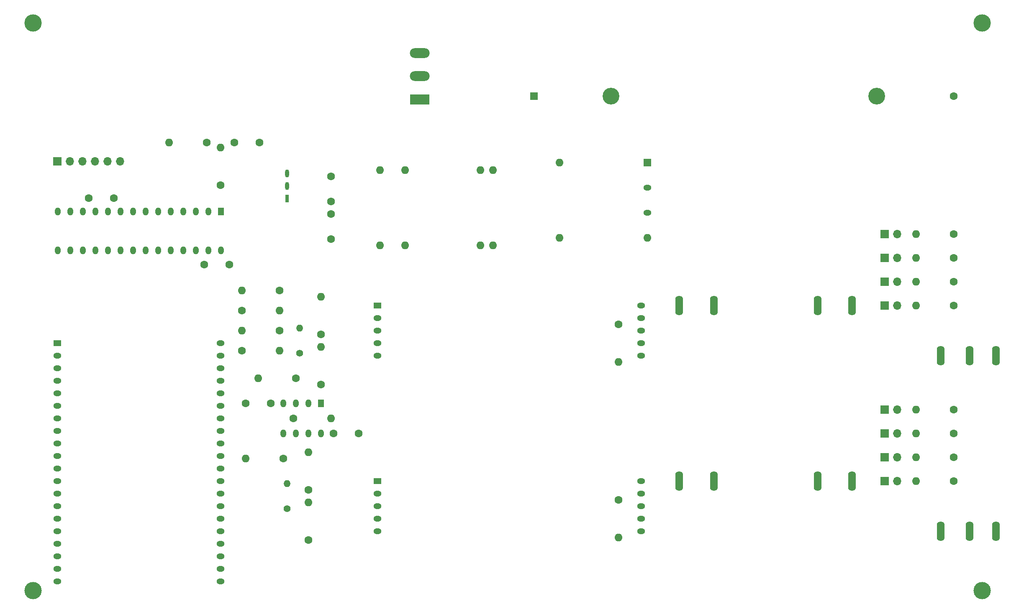
<source format=gts>
G04 #@! TF.GenerationSoftware,KiCad,Pcbnew,(5.1.7-0-10_14)*
G04 #@! TF.CreationDate,2021-05-27T14:06:25+09:00*
G04 #@! TF.ProjectId,EiMS,45694d53-2e6b-4696-9361-645f70636258,1.0*
G04 #@! TF.SameCoordinates,Original*
G04 #@! TF.FileFunction,Soldermask,Top*
G04 #@! TF.FilePolarity,Negative*
%FSLAX46Y46*%
G04 Gerber Fmt 4.6, Leading zero omitted, Abs format (unit mm)*
G04 Created by KiCad (PCBNEW (5.1.7-0-10_14)) date 2021-05-27 14:06:25*
%MOMM*%
%LPD*%
G01*
G04 APERTURE LIST*
%ADD10R,1.200000X1.600000*%
%ADD11O,1.200000X1.600000*%
%ADD12O,1.600000X1.200000*%
%ADD13R,1.600000X1.200000*%
%ADD14C,3.400000*%
%ADD15C,1.600000*%
%ADD16R,1.600000X1.600000*%
%ADD17C,3.500000*%
%ADD18O,1.600000X1.600000*%
%ADD19O,1.600000X4.000000*%
%ADD20O,1.700000X1.700000*%
%ADD21R,1.700000X1.700000*%
%ADD22O,0.800000X1.600000*%
%ADD23R,0.800000X1.600000*%
%ADD24C,1.400000*%
%ADD25O,1.400000X1.400000*%
%ADD26O,4.000000X2.000000*%
%ADD27R,4.000000X2.000000*%
G04 APERTURE END LIST*
D10*
X84986000Y-76162000D03*
D11*
X84986000Y-84036000D03*
X82446000Y-84036000D03*
X79906000Y-84036000D03*
X77366000Y-84036000D03*
X74826000Y-84036000D03*
X72286000Y-84036000D03*
X69746000Y-84036000D03*
X67206000Y-84036000D03*
X64666000Y-84036000D03*
X62126000Y-84036000D03*
X59586000Y-84036000D03*
X57046000Y-84036000D03*
X54506000Y-84036000D03*
X51966000Y-84036000D03*
X51966000Y-76162000D03*
X54506000Y-76162000D03*
X57046000Y-76162000D03*
X59586000Y-76162000D03*
X62126000Y-76162000D03*
X64666000Y-76162000D03*
X67206000Y-76162000D03*
X69746000Y-76162000D03*
X72286000Y-76162000D03*
X74826000Y-76162000D03*
X77366000Y-76162000D03*
X79906000Y-76162000D03*
X82446000Y-76162000D03*
D12*
X84976000Y-140932000D03*
X84976000Y-130772000D03*
X84976000Y-148552000D03*
X84976000Y-110452000D03*
X84976000Y-151092000D03*
X84976000Y-120612000D03*
X84976000Y-118072000D03*
X84976000Y-138392000D03*
X84976000Y-105372000D03*
X84976000Y-102832000D03*
X84976000Y-112992000D03*
X84976000Y-133312000D03*
X84976000Y-123152000D03*
X84976000Y-125692000D03*
X84976000Y-115532000D03*
X84976000Y-107912000D03*
X84976000Y-135852000D03*
X84976000Y-143472000D03*
X84976000Y-146012000D03*
X84976000Y-128232000D03*
X51956000Y-151092000D03*
X51956000Y-148552000D03*
X51956000Y-146012000D03*
X51956000Y-143472000D03*
X51956000Y-140932000D03*
X51956000Y-138392000D03*
X51956000Y-135852000D03*
X51956000Y-133312000D03*
X51956000Y-130772000D03*
X51956000Y-128232000D03*
X51956000Y-125692000D03*
X51956000Y-123152000D03*
X51956000Y-120612000D03*
X51956000Y-118072000D03*
X51956000Y-115532000D03*
X51956000Y-112992000D03*
X51956000Y-110452000D03*
X51956000Y-107912000D03*
X51956000Y-105372000D03*
D13*
X51956000Y-102832000D03*
D12*
X170066000Y-130772000D03*
X170066000Y-135852000D03*
X170066000Y-133312000D03*
X170066000Y-140932000D03*
X170066000Y-138392000D03*
X116726000Y-140932000D03*
X116726000Y-138392000D03*
X116726000Y-135852000D03*
X116726000Y-133312000D03*
D13*
X116726000Y-130772000D03*
D12*
X170066000Y-95212000D03*
X170066000Y-100292000D03*
X170066000Y-97752000D03*
X170066000Y-105372000D03*
X170066000Y-102832000D03*
X116726000Y-105372000D03*
X116726000Y-102832000D03*
X116726000Y-100292000D03*
X116726000Y-97752000D03*
D13*
X116726000Y-95212000D03*
D14*
X163962000Y-52779000D03*
X217662000Y-52779000D03*
D15*
X233312000Y-52779000D03*
D16*
X148312000Y-52779000D03*
D17*
X239000000Y-38000000D03*
X239000000Y-153000000D03*
X47000000Y-153000000D03*
X47000000Y-38000000D03*
D18*
X153556000Y-81496000D03*
X153556000Y-66256000D03*
X171336000Y-81496000D03*
D12*
X171336000Y-76416000D03*
X171336000Y-71336000D03*
D16*
X171336000Y-66256000D03*
D18*
X140032000Y-83015000D03*
X137492000Y-83015000D03*
X122252000Y-83015000D03*
X117172000Y-83015000D03*
X117172000Y-67795000D03*
X122252000Y-67795000D03*
X137492000Y-67795000D03*
X140032000Y-67795000D03*
D19*
X230614000Y-140932000D03*
X236464000Y-140932000D03*
X241814000Y-140932000D03*
D15*
X63320000Y-73434000D03*
X58240000Y-73434000D03*
X92850000Y-62192000D03*
X87770000Y-62192000D03*
X107328000Y-81750000D03*
X107328000Y-76670000D03*
X107328000Y-74130000D03*
X107328000Y-69050000D03*
X90056000Y-115024000D03*
X95136000Y-115024000D03*
X107836000Y-121120000D03*
X112916000Y-121120000D03*
X86688000Y-86896000D03*
X81608000Y-86896000D03*
D19*
X184738000Y-95212000D03*
X177738000Y-95212000D03*
X205738000Y-95212000D03*
X212738000Y-95212000D03*
X212738000Y-130772000D03*
X205738000Y-130772000D03*
X177738000Y-130772000D03*
X184738000Y-130772000D03*
D20*
X64656000Y-66002000D03*
X62116000Y-66002000D03*
X59576000Y-66002000D03*
X57036000Y-66002000D03*
X54496000Y-66002000D03*
D21*
X51956000Y-66002000D03*
D19*
X241814000Y-105372000D03*
X236464000Y-105372000D03*
X230614000Y-105372000D03*
D20*
X221882000Y-80734000D03*
D21*
X219342000Y-80734000D03*
D20*
X221882000Y-85560000D03*
D21*
X219342000Y-85560000D03*
X219342000Y-90386000D03*
D20*
X221882000Y-90386000D03*
X221882000Y-95212000D03*
D21*
X219342000Y-95212000D03*
X219342000Y-116294000D03*
D20*
X221882000Y-116294000D03*
D21*
X219342000Y-121120000D03*
D20*
X221882000Y-121120000D03*
D21*
X219342000Y-125946000D03*
D20*
X221882000Y-125946000D03*
X221882000Y-130772000D03*
D21*
X219342000Y-130772000D03*
D22*
X98438000Y-68450000D03*
X98438000Y-70990000D03*
D23*
X98438000Y-73530000D03*
D18*
X74562000Y-62192000D03*
D15*
X82182000Y-62192000D03*
D18*
X84976000Y-63208000D03*
D15*
X84976000Y-70828000D03*
D18*
X89294000Y-92164000D03*
D15*
X96914000Y-92164000D03*
X89294000Y-96228000D03*
D18*
X96914000Y-96228000D03*
X89294000Y-100292000D03*
D15*
X96914000Y-100292000D03*
X89294000Y-104356000D03*
D18*
X96914000Y-104356000D03*
X107328000Y-118072000D03*
D15*
X99708000Y-118072000D03*
D18*
X90056000Y-126200000D03*
D15*
X97676000Y-126200000D03*
D24*
X98438000Y-136360000D03*
D25*
X98438000Y-131280000D03*
D18*
X102756000Y-135090000D03*
D15*
X102756000Y-142710000D03*
X102756000Y-132550000D03*
D18*
X102756000Y-124930000D03*
D15*
X100216000Y-109944000D03*
D18*
X92596000Y-109944000D03*
D15*
X105296000Y-111214000D03*
D18*
X105296000Y-103594000D03*
D15*
X105296000Y-101054000D03*
D18*
X105296000Y-93434000D03*
D25*
X100978000Y-99784000D03*
D24*
X100978000Y-104864000D03*
D18*
X165494000Y-106642000D03*
D15*
X165494000Y-99022000D03*
D18*
X165494000Y-142202000D03*
D15*
X165494000Y-134582000D03*
X233312000Y-80734000D03*
D18*
X225692000Y-80734000D03*
X225692000Y-85560000D03*
D15*
X233312000Y-85560000D03*
X233312000Y-90386000D03*
D18*
X225692000Y-90386000D03*
X225692000Y-95212000D03*
D15*
X233312000Y-95212000D03*
X233312000Y-116294000D03*
D18*
X225692000Y-116294000D03*
D15*
X233312000Y-121120000D03*
D18*
X225692000Y-121120000D03*
X225692000Y-125946000D03*
D15*
X233312000Y-125946000D03*
X233312000Y-130772000D03*
D18*
X225692000Y-130772000D03*
D26*
X125254000Y-44079000D03*
X125254000Y-48779000D03*
D27*
X125254000Y-53479000D03*
D11*
X97676000Y-121120000D03*
X100216000Y-121120000D03*
X102756000Y-121120000D03*
X105296000Y-121120000D03*
X97676000Y-115024000D03*
X100216000Y-115024000D03*
X102756000Y-115024000D03*
D10*
X105296000Y-115024000D03*
M02*

</source>
